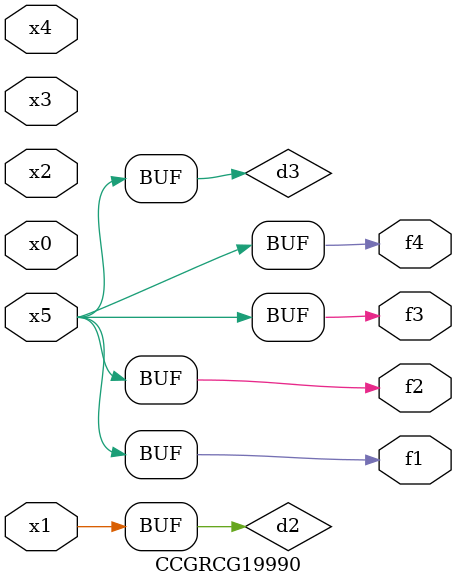
<source format=v>
module CCGRCG19990(
	input x0, x1, x2, x3, x4, x5,
	output f1, f2, f3, f4
);

	wire d1, d2, d3;

	not (d1, x5);
	or (d2, x1);
	xnor (d3, d1);
	assign f1 = d3;
	assign f2 = d3;
	assign f3 = d3;
	assign f4 = d3;
endmodule

</source>
